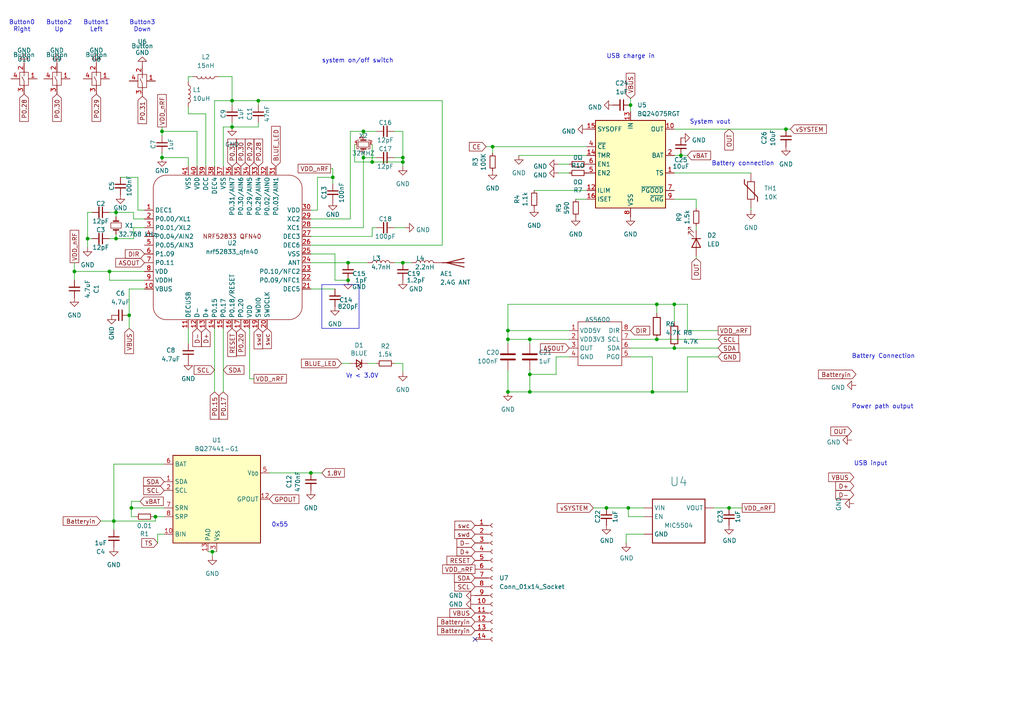
<source format=kicad_sch>
(kicad_sch (version 20231120) (generator "eeschema") (generator_version "8.0")
  (paper "A4")
  (title_block (title "Revolute Wireless") (date "2023-12-21") (company "Tongtong.Inc"))
  (junction (at 107.95 46.99))
  (junction (at 147.32 113.665))
  (junction (at 147.32 98.425))
  (junction (at 182.88 30.48))
  (junction (at 153.67 113.665))
  (junction (at 105.41 38.1))
  (junction (at 195.58 100.965))
  (junction (at 31.75 78.74))
  (junction (at 116.84 46.99))
  (junction (at 67.31 29.21))
  (junction (at 195.58 88.265))
  (junction (at 147.32 95.885))
  (junction (at 46.99 38.1))
  (junction (at 105.41 45.72))
  (junction (at 46.99 45.72))
  (junction (at 197.485 45.085))
  (junction (at 182.245 147.32))
  (junction (at 100.965 76.2))
  (junction (at 227.965 37.465))
  (junction (at 37.465 91.44))
  (junction (at 116.84 45.72))
  (junction (at 189.23 113.665))
  (junction (at 38.1 147.32))
  (junction (at 67.31 36.83))
  (junction (at 142.875 42.545))
  (junction (at 61.595 160.02))
  (junction (at 25.4 69.215))
  (junction (at 190.5 98.425))
  (junction (at 100.965 81.28))
  (junction (at 96.52 51.435))
  (junction (at 21.59 78.74))
  (junction (at 190.5 88.265))
  (junction (at 211.455 147.32))
  (junction (at 45.085 149.86))
  (junction (at 33.02 151.13))
  (junction (at 175.895 147.32))
  (junction (at 116.84 76.2))
  (junction (at 33.655 61.595))
  (junction (at 90.17 137.16))
  (junction (at 33.655 69.215))
  (junction (at 153.67 98.425))
  (junction (at 153.67 108.585))
  (junction (at 74.93 29.21))
  (no_connect (at 137.795 185.42))
  (wire (pts (xy 107.95 68.58) (xy 90.17 68.58)))
  (wire (pts (xy 40.005 60.96) (xy 41.91 60.96)))
  (wire (pts (xy 161.29 108.585) (xy 153.67 108.585)))
  (wire (pts (xy 165.1 103.505) (xy 161.29 103.505)))
  (wire (pts (xy 102.87 46.99) (xy 107.95 46.99)))
  (wire (pts (xy 21.59 78.74) (xy 31.75 78.74)))
  (wire (pts (xy 211.455 147.32) (xy 207.01 147.32)))
  (wire (pts (xy 45.085 151.13) (xy 33.02 151.13)))
  (wire (pts (xy 147.32 98.425) (xy 147.32 99.695)))
  (wire (pts (xy 161.925 50.165) (xy 165.1 50.165)))
  (wire (pts (xy 54.61 31.115) (xy 54.61 33.02)))
  (wire (pts (xy 117.475 66.04) (xy 114.3 66.04)))
  (wire (pts (xy 67.31 36.83) (xy 74.93 36.83)))
  (wire (pts (xy 181.61 154.94) (xy 186.69 154.94)))
  (wire (pts (xy 54.61 22.225) (xy 54.61 23.495)))
  (wire (pts (xy 97.155 81.28) (xy 100.965 81.28)))
  (wire (pts (xy 147.32 95.885) (xy 147.32 98.425)))
  (wire (pts (xy 34.925 51.435) (xy 40.005 51.435)))
  (wire (pts (xy 38.735 61.595) (xy 33.655 61.595)))
  (wire (pts (xy 45.085 149.86) (xy 45.085 151.13)))
  (wire (pts (xy 64.77 36.83) (xy 67.31 36.83)))
  (wire (pts (xy 102.87 41.91) (xy 102.87 46.99)))
  (wire (pts (xy 64.77 48.26) (xy 64.77 36.83)))
  (wire (pts (xy 37.465 91.44) (xy 37.465 83.82)))
  (wire (pts (xy 147.32 95.885) (xy 147.32 88.265)))
  (wire (pts (xy 40.64 145.415) (xy 38.1 145.415)))
  (wire (pts (xy 107.95 66.04) (xy 107.95 68.58)))
  (wire (pts (xy 25.4 69.215) (xy 25.4 71.755)))
  (wire (pts (xy 21.59 78.74) (xy 21.59 81.28)))
  (wire (pts (xy 128.27 29.21) (xy 74.93 29.21)))
  (wire (pts (xy 182.88 28.575) (xy 182.88 30.48)))
  (wire (pts (xy 147.32 95.885) (xy 165.1 95.885)))
  (wire (pts (xy 195.58 88.265) (xy 195.58 93.345)))
  (wire (pts (xy 46.99 44.45) (xy 46.99 45.72)))
  (wire (pts (xy 90.17 60.96) (xy 92.075 60.96)))
  (wire (pts (xy 38.1 149.86) (xy 39.37 149.86)))
  (wire (pts (xy 38.1 147.32) (xy 38.1 149.86)))
  (wire (pts (xy 97.155 73.66) (xy 97.155 81.28)))
  (wire (pts (xy 142.875 44.45) (xy 142.875 42.545)))
  (wire (pts (xy 25.4 69.215) (xy 26.67 69.215)))
  (wire (pts (xy 41.91 63.5) (xy 38.735 63.5)))
  (wire (pts (xy 33.655 67.945) (xy 33.655 69.215)))
  (wire (pts (xy 182.88 100.965) (xy 195.58 100.965)))
  (wire (pts (xy 40.005 51.435) (xy 40.005 60.96)))
  (wire (pts (xy 33.02 151.13) (xy 33.02 134.62)))
  (wire (pts (xy 38.1 145.415) (xy 38.1 147.32)))
  (wire (pts (xy 105.41 38.1) (xy 109.22 38.1)))
  (wire (pts (xy 147.32 107.315) (xy 147.32 113.665)))
  (wire (pts (xy 182.245 147.32) (xy 186.69 147.32)))
  (wire (pts (xy 95.885 48.895) (xy 96.52 48.895)))
  (wire (pts (xy 142.875 42.545) (xy 170.18 42.545)))
  (wire (pts (xy 107.95 46.99) (xy 107.95 41.91)))
  (wire (pts (xy 114.3 38.1) (xy 116.84 38.1)))
  (wire (pts (xy 54.61 48.26) (xy 54.61 45.72)))
  (wire (pts (xy 190.5 88.265) (xy 195.58 88.265)))
  (wire (pts (xy 90.17 73.66) (xy 97.155 73.66)))
  (wire (pts (xy 201.93 65.532) (xy 201.93 66.675)))
  (wire (pts (xy 153.67 98.425) (xy 147.32 98.425)))
  (wire (pts (xy 172.085 147.32) (xy 175.895 147.32)))
  (wire (pts (xy 62.23 29.21) (xy 62.23 48.26)))
  (wire (pts (xy 153.67 108.585) (xy 153.67 107.315)))
  (wire (pts (xy 199.39 95.885) (xy 208.28 95.885)))
  (wire (pts (xy 182.88 30.48) (xy 182.88 32.385)))
  (wire (pts (xy 105.41 38.1) (xy 105.41 39.37)))
  (wire (pts (xy 72.39 95.25) (xy 72.39 109.855)))
  (wire (pts (xy 46.99 36.83) (xy 46.99 38.1)))
  (wire (pts (xy 41.91 66.04) (xy 38.735 66.04)))
  (wire (pts (xy 189.23 103.505) (xy 189.23 113.665)))
  (wire (pts (xy 44.45 149.86) (xy 45.085 149.86)))
  (wire (pts (xy 153.67 113.665) (xy 189.23 113.665)))
  (wire (pts (xy 62.23 113.665) (xy 62.23 95.25)))
  (wire (pts (xy 38.735 66.04) (xy 38.735 69.215)))
  (wire (pts (xy 90.17 83.82) (xy 97.155 83.82)))
  (wire (pts (xy 55.88 22.225) (xy 54.61 22.225)))
  (wire (pts (xy 45.72 154.94) (xy 47.625 154.94)))
  (wire (pts (xy 153.67 98.425) (xy 153.67 99.695)))
  (wire (pts (xy 116.84 46.99) (xy 107.95 46.99)))
  (wire (pts (xy 90.17 76.2) (xy 100.965 76.2)))
  (wire (pts (xy 90.17 63.5) (xy 101.6 63.5)))
  (wire (pts (xy 38.735 63.5) (xy 38.735 61.595)))
  (wire (pts (xy 153.67 113.665) (xy 153.67 108.585)))
  (wire (pts (xy 195.58 57.785) (xy 201.93 57.785)))
  (wire (pts (xy 46.99 45.72) (xy 54.61 45.72)))
  (wire (pts (xy 45.085 149.86) (xy 47.625 149.86)))
  (wire (pts (xy 199.39 113.665) (xy 199.39 103.505)))
  (wire (pts (xy 128.27 71.12) (xy 128.27 29.21)))
  (wire (pts (xy 116.84 45.72) (xy 116.84 46.99)))
  (wire (pts (xy 181.61 157.48) (xy 181.61 154.94)))
  (wire (pts (xy 154.94 55.245) (xy 170.18 55.245)))
  (wire (pts (xy 45.72 157.48) (xy 45.72 154.94)))
  (wire (pts (xy 105.41 44.45) (xy 105.41 45.72)))
  (wire (pts (xy 74.93 29.21) (xy 74.93 30.48)))
  (wire (pts (xy 64.77 113.665) (xy 64.77 95.25)))
  (wire (pts (xy 46.99 38.1) (xy 57.15 38.1)))
  (wire (pts (xy 116.84 46.99) (xy 116.84 48.26)))
  (wire (pts (xy 101.6 63.5) (xy 101.6 38.1)))
  (wire (pts (xy 175.895 147.32) (xy 182.245 147.32)))
  (wire (pts (xy 59.69 33.02) (xy 59.69 48.26)))
  (wire (pts (xy 93.345 137.16) (xy 90.17 137.16)))
  (wire (pts (xy 101.6 38.1) (xy 105.41 38.1)))
  (wire (pts (xy 92.075 51.435) (xy 96.52 51.435)))
  (wire (pts (xy 147.32 113.665) (xy 153.67 113.665)))
  (wire (pts (xy 99.06 105.41) (xy 101.6 105.41)))
  (wire (pts (xy 119.38 76.2) (xy 116.84 76.2)))
  (wire (pts (xy 33.02 134.62) (xy 47.625 134.62)))
  (wire (pts (xy 37.465 83.82) (xy 41.91 83.82)))
  (wire (pts (xy 60.325 160.02) (xy 61.595 160.02)))
  (wire (pts (xy 41.91 81.28) (xy 31.75 81.28)))
  (wire (pts (xy 38.1 147.32) (xy 47.625 147.32)))
  (wire (pts (xy 190.5 88.265) (xy 190.5 90.805)))
  (wire (pts (xy 38.735 69.215) (xy 33.655 69.215)))
  (wire (pts (xy 67.31 29.21) (xy 67.31 30.48)))
  (wire (pts (xy 31.75 69.215) (xy 33.655 69.215)))
  (wire (pts (xy 90.17 71.12) (xy 128.27 71.12)))
  (wire (pts (xy 229.235 37.465) (xy 227.965 37.465)))
  (wire (pts (xy 116.84 38.1) (xy 116.84 45.72)))
  (wire (pts (xy 142.875 42.545) (xy 140.97 42.545)))
  (wire (pts (xy 67.31 35.56) (xy 67.31 36.83)))
  (wire (pts (xy 105.41 45.72) (xy 105.41 66.04)))
  (wire (pts (xy 31.75 81.28) (xy 31.75 78.74)))
  (wire (pts (xy 186.69 149.86) (xy 182.245 149.86)))
  (wire (pts (xy 195.58 100.965) (xy 208.28 100.965)))
  (wire (pts (xy 106.68 105.41) (xy 109.22 105.41)))
  (wire (pts (xy 57.15 48.26) (xy 57.15 38.1)))
  (wire (pts (xy 96.52 51.435) (xy 96.52 53.34)))
  (wire (pts (xy 114.3 45.72) (xy 116.84 45.72)))
  (wire (pts (xy 46.99 38.1) (xy 46.99 39.37)))
  (wire (pts (xy 182.88 98.425) (xy 190.5 98.425)))
  (wire (pts (xy 197.485 45.085) (xy 195.58 45.085)))
  (wire (pts (xy 33.655 61.595) (xy 33.655 62.865)))
  (wire (pts (xy 67.31 29.21) (xy 67.31 22.225)))
  (wire (pts (xy 153.67 98.425) (xy 165.1 98.425)))
  (wire (pts (xy 54.61 33.02) (xy 59.69 33.02)))
  (wire (pts (xy 31.75 61.595) (xy 33.655 61.595)))
  (wire (pts (xy 195.58 37.465) (xy 227.965 37.465)))
  (wire (pts (xy 190.5 98.425) (xy 208.28 98.425)))
  (wire (pts (xy 73.66 109.855) (xy 72.39 109.855)))
  (wire (pts (xy 201.93 74.93) (xy 201.93 74.295)))
  (wire (pts (xy 67.31 29.21) (xy 62.23 29.21)))
  (wire (pts (xy 90.17 137.16) (xy 78.105 137.16)))
  (wire (pts (xy 199.39 45.085) (xy 197.485 45.085)))
  (wire (pts (xy 147.32 88.265) (xy 190.5 88.265)))
  (wire (pts (xy 67.31 22.225) (xy 63.5 22.225)))
  (wire (pts (xy 114.3 105.41) (xy 116.84 105.41)))
  (wire (pts (xy 90.17 66.04) (xy 105.41 66.04)))
  (wire (pts (xy 201.93 57.785) (xy 201.93 60.452)))
  (wire (pts (xy 116.84 105.41) (xy 116.84 107.95)))
  (wire (pts (xy 150.495 45.085) (xy 170.18 45.085)))
  (wire (pts (xy 37.465 95.25) (xy 37.465 91.44)))
  (wire (pts (xy 61.595 160.02) (xy 61.595 161.29)))
  (wire (pts (xy 167.005 57.785) (xy 170.18 57.785)))
  (wire (pts (xy 61.595 160.02) (xy 62.865 160.02)))
  (wire (pts (xy 116.84 76.2) (xy 114.3 76.2)))
  (wire (pts (xy 161.29 103.505) (xy 161.29 108.585)))
  (wire (pts (xy 217.805 50.165) (xy 195.58 50.165)))
  (wire (pts (xy 74.93 36.83) (xy 74.93 35.56)))
  (wire (pts (xy 74.93 29.21) (xy 67.31 29.21)))
  (wire (pts (xy 217.805 60.96) (xy 217.805 60.325)))
  (wire (pts (xy 25.4 61.595) (xy 26.67 61.595)))
  (wire (pts (xy 25.4 61.595) (xy 25.4 69.215)))
  (wire (pts (xy 29.21 151.13) (xy 33.02 151.13)))
  (wire (pts (xy 92.075 60.96) (xy 92.075 51.435)))
  (wire (pts (xy 189.23 113.665) (xy 199.39 113.665)))
  (wire (pts (xy 105.41 45.72) (xy 109.22 45.72)))
  (wire (pts (xy 54.61 95.25) (xy 54.61 99.695)))
  (wire (pts (xy 96.52 48.895) (xy 96.52 51.435)))
  (wire (pts (xy 106.68 76.2) (xy 100.965 76.2)))
  (wire (pts (xy 21.59 76.2) (xy 21.59 78.74)))
  (wire (pts (xy 195.58 88.265) (xy 199.39 88.265)))
  (wire (pts (xy 33.02 153.67) (xy 33.02 151.13)))
  (wire (pts (xy 182.88 103.505) (xy 189.23 103.505)))
  (wire (pts (xy 31.75 78.74) (xy 41.91 78.74)))
  (wire (pts (xy 182.245 149.86) (xy 182.245 147.32)))
  (wire (pts (xy 109.22 66.04) (xy 107.95 66.04)))
  (wire (pts (xy 215.265 147.32) (xy 211.455 147.32)))
  (wire (pts (xy 199.39 103.505) (xy 208.28 103.505)))
  (wire (pts (xy 161.925 47.625) (xy 165.1 47.625)))
  (wire (pts (xy 199.39 88.265) (xy 199.39 95.885)))
  (rectangle (start 93.345 82.55) (end 104.14 95.25))
  (text "Button2\nUp" (at 17.145 7.62 0) (effects (font (size 1.27 1.27))))
  (text "Battery connection" (at 206.375 48.26 0) (effects (font (size 1.27 1.27)) (justify left bottom)))
  (text "V_{f} < 3.0V" (at 100.33 109.855 0) (effects (font (size 1.27 1.27)) (justify left bottom)))
  (text "Button1\nLeft" (at 27.94 7.62 0) (effects (font (size 1.27 1.27))))
  (text "Power path output" (at 247.015 118.745 0) (effects (font (size 1.27 1.27)) (justify left bottom)))
  (text "System vout" (at 200.025 36.195 0) (effects (font (size 1.27 1.27)) (justify left bottom)))
  (text "USB input\n" (at 247.65 135.255 0) (effects (font (size 1.27 1.27)) (justify left bottom)))
  (text "USB charge in" (at 175.895 17.145 0) (effects (font (size 1.27 1.27)) (justify left bottom)))
  (text "system on/off switch" (at 93.345 18.415 0) (effects (font (size 1.27 1.27)) (justify left bottom)))
  (text "Button3\nDown" (at 41.275 7.62 0) (effects (font (size 1.27 1.27))))
  (text "Button0\nRight" (at 6.35 7.62 0) (effects (font (size 1.27 1.27))))
  (text "0x55\n" (at 78.74 153.035 0) (effects (font (size 1.27 1.27)) (justify left bottom)))
  (text "Battery Connection" (at 247.015 104.14 0) (effects (font (size 1.27 1.27)) (justify left bottom)))
  (global_label "BLUE_LED" (shape input) (at 99.06 105.41 180) (property "Intersheetrefs" "${INTERSHEET_REFS}" (effects (hide yes))))
  (global_label "GPOUT" (shape input) (at 78.105 144.78 0) (property "Intersheetrefs" "${INTERSHEET_REFS}" (effects (hide yes))))
  (global_label "Batteryin" (shape input) (at 137.795 180.34 180) (property "Intersheetrefs" "${INTERSHEET_REFS}" (effects (hide yes))))
  (global_label "swc" (shape input) (at 77.47 95.25 270) (property "Intersheetrefs" "${INTERSHEET_REFS}" (effects (hide yes))))
  (global_label "VDD_nRF" (shape passive) (at 215.265 147.32 0) (property "Intersheetrefs" "${INTERSHEET_REFS}" (effects (hide yes))))
  (global_label "VDD_nRF" (shape passive) (at 73.66 109.855 0) (property "Intersheetrefs" "${INTERSHEET_REFS}" (effects (hide yes))))
  (global_label "vSYSTEM" (shape input) (at 172.085 147.32 180) (property "Intersheetrefs" "${INTERSHEET_REFS}" (effects (hide yes))))
  (global_label "SDA" (shape input) (at 64.77 107.315 0) (property "Intersheetrefs" "${INTERSHEET_REFS}" (effects (hide yes))))
  (global_label "D-" (shape input) (at 247.65 143.51 180) (property "Intersheetrefs" "${INTERSHEET_REFS}" (effects (hide yes))))
  (global_label "RESET" (shape input) (at 137.795 162.56 180) (property "Intersheetrefs" "${INTERSHEET_REFS}" (effects (hide yes))))
  (global_label "VDD_nRF" (shape passive) (at 208.28 95.885 0) (property "Intersheetrefs" "${INTERSHEET_REFS}" (effects (hide yes))))
  (global_label "VDD_nRF" (shape passive) (at 95.885 48.895 180) (property "Intersheetrefs" "${INTERSHEET_REFS}" (effects (hide yes))))
  (global_label "P0.20" (shape input) (at 69.85 95.25 270) (property "Intersheetrefs" "${INTERSHEET_REFS}" (effects (hide yes))))
  (global_label "SDA" (shape input) (at 137.795 167.64 180) (property "Intersheetrefs" "${INTERSHEET_REFS}" (effects (hide yes))))
  (global_label "ASOUT" (shape input) (at 165.1 100.965 180) (property "Intersheetrefs" "${INTERSHEET_REFS}" (effects (hide yes))))
  (global_label "VBUS" (shape input) (at 182.88 28.575 90) (property "Intersheetrefs" "${INTERSHEET_REFS}" (effects (hide yes))))
  (global_label "D+" (shape input) (at 247.65 140.97 180) (property "Intersheetrefs" "${INTERSHEET_REFS}" (effects (hide yes))))
  (global_label "Batteryin" (shape input) (at 248.285 108.585 180) (property "Intersheetrefs" "${INTERSHEET_REFS}" (effects (hide yes))))
  (global_label "VBUS" (shape input) (at 137.795 177.8 180) (property "Intersheetrefs" "${INTERSHEET_REFS}" (effects (hide yes))))
  (global_label "P0.31" (shape input) (at 41.275 27.94 270) (property "Intersheetrefs" "${INTERSHEET_REFS}" (effects (hide yes))))
  (global_label "swc" (shape input) (at 137.795 152.4 180) (property "Intersheetrefs" "${INTERSHEET_REFS}" (effects (hide yes))))
  (global_label "BLUE_LED" (shape input) (at 80.01 48.26 90) (property "Intersheetrefs" "${INTERSHEET_REFS}" (effects (hide yes))))
  (global_label "vBAT" (shape input) (at 40.64 145.415 0) (property "Intersheetrefs" "${INTERSHEET_REFS}" (effects (hide yes))))
  (global_label "vSYSTEM" (shape input) (at 229.235 37.465 0) (property "Intersheetrefs" "${INTERSHEET_REFS}" (effects (hide yes))))
  (global_label "DIR" (shape input) (at 41.91 73.66 180) (property "Intersheetrefs" "${INTERSHEET_REFS}" (effects (hide yes))))
  (global_label "OUT" (shape input) (at 211.455 37.465 270) (property "Intersheetrefs" "${INTERSHEET_REFS}" (effects (hide yes))))
  (global_label "P0.30" (shape input) (at 16.51 27.305 270) (property "Intersheetrefs" "${INTERSHEET_REFS}" (effects (hide yes))))
  (global_label "SDA" (shape input) (at 208.28 100.965 0) (property "Intersheetrefs" "${INTERSHEET_REFS}" (effects (hide yes))))
  (global_label "CE" (shape input) (at 140.97 42.545 180) (property "Intersheetrefs" "${INTERSHEET_REFS}" (effects (hide yes))))
  (global_label "TS" (shape input) (at 45.72 157.48 180) (property "Intersheetrefs" "${INTERSHEET_REFS}" (effects (hide yes))))
  (global_label "D-" (shape input) (at 57.15 95.25 270) (property "Intersheetrefs" "${INTERSHEET_REFS}" (effects (hide yes))))
  (global_label "swd" (shape input) (at 74.93 95.25 270) (property "Intersheetrefs" "${INTERSHEET_REFS}" (effects (hide yes))))
  (global_label "VDD_nRF" (shape passive) (at 21.59 76.2 90) (property "Intersheetrefs" "${INTERSHEET_REFS}" (effects (hide yes))))
  (global_label "SCL" (shape input) (at 208.28 98.425 0) (property "Intersheetrefs" "${INTERSHEET_REFS}" (effects (hide yes))))
  (global_label "GND" (shape input) (at 208.28 103.505 0) (property "Intersheetrefs" "${INTERSHEET_REFS}" (effects (hide yes))))
  (global_label "P0.30" (shape input) (at 69.85 48.26 90) (property "Intersheetrefs" "${INTERSHEET_REFS}" (effects (hide yes))))
  (global_label "P0.29" (shape input) (at 27.94 27.305 270) (property "Intersheetrefs" "${INTERSHEET_REFS}" (effects (hide yes))))
  (global_label "SCL" (shape input) (at 62.23 107.315 180) (property "Intersheetrefs" "${INTERSHEET_REFS}" (effects (hide yes))))
  (global_label "ASOUT" (shape input) (at 41.91 76.2 180) (property "Intersheetrefs" "${INTERSHEET_REFS}" (effects (hide yes))))
  (global_label "D+" (shape input) (at 59.69 95.25 270) (property "Intersheetrefs" "${INTERSHEET_REFS}" (effects (hide yes))))
  (global_label "Batteryin" (shape input) (at 29.21 151.13 180) (property "Intersheetrefs" "${INTERSHEET_REFS}" (effects (hide yes))))
  (global_label "SDA" (shape input) (at 47.625 139.7 180) (property "Intersheetrefs" "${INTERSHEET_REFS}" (effects (hide yes))))
  (global_label "1.8V" (shape input) (at 93.345 137.16 0) (property "Intersheetrefs" "${INTERSHEET_REFS}" (effects (hide yes))))
  (global_label "P0.15" (shape input) (at 62.23 113.665 270) (property "Intersheetrefs" "${INTERSHEET_REFS}" (effects (hide yes))))
  (global_label "VBUS" (shape input) (at 247.65 138.43 180) (property "Intersheetrefs" "${INTERSHEET_REFS}" (effects (hide yes))))
  (global_label "OUT" (shape input) (at 201.93 74.93 270) (property "Intersheetrefs" "${INTERSHEET_REFS}" (effects (hide yes))))
  (global_label "P0.28" (shape input) (at 6.985 27.305 270) (property "Intersheetrefs" "${INTERSHEET_REFS}" (effects (hide yes))))
  (global_label "P0.31" (shape input) (at 67.31 48.26 90) (property "Intersheetrefs" "${INTERSHEET_REFS}" (effects (hide yes))))
  (global_label "VBUS" (shape input) (at 37.465 95.25 270) (property "Intersheetrefs" "${INTERSHEET_REFS}" (effects (hide yes))))
  (global_label "RESET" (shape input) (at 67.31 95.25 270) (property "Intersheetrefs" "${INTERSHEET_REFS}" (effects (hide yes))))
  (global_label "VDD_nRF" (shape passive) (at 46.99 36.83 90) (property "Intersheetrefs" "${INTERSHEET_REFS}" (effects (hide yes))))
  (global_label "vBAT" (shape input) (at 199.39 45.085 0) (property "Intersheetrefs" "${INTERSHEET_REFS}" (effects (hide yes))))
  (global_label "D+" (shape input) (at 137.795 160.02 180) (property "Intersheetrefs" "${INTERSHEET_REFS}" (effects (hide yes))))
  (global_label "SCL" (shape input) (at 137.795 170.18 180) (property "Intersheetrefs" "${INTERSHEET_REFS}" (effects (hide yes))))
  (global_label "P0.28" (shape input) (at 74.93 48.26 90) (property "Intersheetrefs" "${INTERSHEET_REFS}" (effects (hide yes))))
  (global_label "P0.17" (shape input) (at 64.77 113.665 270) (property "Intersheetrefs" "${INTERSHEET_REFS}" (effects (hide yes))))
  (global_label "P0.29" (shape input) (at 72.39 48.26 90) (property "Intersheetrefs" "${INTERSHEET_REFS}" (effects (hide yes))))
  (global_label "DIR" (shape input) (at 182.88 95.885 0) (property "Intersheetrefs" "${INTERSHEET_REFS}" (effects (hide yes))))
  (global_label "OUT" (shape input) (at 247.015 125.095 180) (property "Intersheetrefs" "${INTERSHEET_REFS}" (effects (hide yes))))
  (global_label "swd" (shape input) (at 137.795 154.94 180) (property "Intersheetrefs" "${INTERSHEET_REFS}" (effects (hide yes))))
  (global_label "VDD_nRF" (shape passive) (at 137.795 165.1 180) (property "Intersheetrefs" "${INTERSHEET_REFS}" (effects (hide yes))))
  (global_label "Batteryin" (shape input) (at 137.795 182.88 180) (property "Intersheetrefs" "${INTERSHEET_REFS}" (effects (hide yes))))
  (global_label "SCL" (shape input) (at 47.625 142.24 180) (property "Intersheetrefs" "${INTERSHEET_REFS}" (effects (hide yes))))
  (global_label "D-" (shape input) (at 137.795 157.48 180) (property "Intersheetrefs" "${INTERSHEET_REFS}" (effects (hide yes))))
  (symbol (lib_id "power:GND") (at 117.475 66.04 90) (unit 1)
    (property "Reference" "#PWR018" (effects (hide yes)))
    (property "Value" "GND" (at 120.65 66.675 90) (effects (justify right)))
  )
  (symbol (lib_id "power:GND") (at 150.495 45.085 0) (unit 1)
    (property "Reference" "#PWR022" (effects (hide yes)))
    (property "Value" "GND" (at 150.495 50.165 0))
  )
  (symbol (lib_id "power:GND") (at 96.52 58.42 0) (unit 1)
    (property "Reference" "#PWR012" (effects (hide yes)))
    (property "Value" "GND" (at 96.52 62.23 0))
  )
  (symbol (lib_id "power:GND") (at 41.275 19.05 180) (unit 1)
    (property "Reference" "#PWR031" (effects (hide yes)))
    (property "Value" "GND" (at 41.275 15.24 0))
  )
  (symbol (lib_id "Device:C_Small") (at 34.925 91.44 270) (unit 1)
    (property "Reference" "C6" (at 34.925 85.09 90))
    (property "Value" "4.7uF" (at 34.925 87.63 90))
    (property "Footprint" "Library:Capacitor-0201" (effects (hide yes)))
    (property "ID" "140" (effects (hide yes)))
  )
  (symbol (lib_id "Device:R_Small") (at 142.875 46.99 0) (unit 1)
    (property "Reference" "R3" (at 137.8966 46.99 90))
    (property "Value" "100K" (at 140.208 46.99 90))
    (property "Footprint" "Library:Resistor-0201" (effects (hide yes)))
    (property "ID" "131" (effects (hide yes)))
  )
  (symbol (lib_id "power:GND") (at 227.965 42.545 0) (unit 1)
    (property "Reference" "#PWR038" (effects (hide yes)))
    (property "Value" "GND" (at 227.965 47.625 0))
  )
  (symbol (lib_id "Library:Button") (at 39.37 25.4 90) (unit 1)
    (property "Reference" "U6" (at 41.275 12.065 90))
    (property "Value" "Button" (at 41.275 13.335 90))
    (property "Footprint" "Library:SMDButton" (effects (hide yes)))
    (property "ID" "116" (effects (hide yes)))
  )
  (symbol (lib_id "power:GND") (at 182.88 62.865 0) (unit 1)
    (property "Reference" "#PWR029" (effects (hide yes)))
    (property "Value" "GND" (at 182.88 67.945 0))
  )
  (symbol (lib_id "power:GND") (at 154.94 60.325 0) (unit 1)
    (property "Reference" "#PWR023" (effects (hide yes)))
    (property "Value" "GND" (at 154.94 65.405 0))
  )
  (symbol (lib_id "Device:L") (at 59.69 22.225 270) (unit 1)
    (property "Reference" "L2" (at 59.69 16.51 90))
    (property "Value" "15nH" (at 59.69 19.05 90))
    (property "Footprint" "Inductor_SMD:L_0402_1005Metric" (effects (hide yes)))
    (property "ID" "11" (effects (hide yes)))
  )
  (symbol (lib_id "Library:nrf52833_qfn40") (at 63.5 77.47 0) (unit 1)
    (property "Reference" "U2" (at 67.31 70.485 0))
    (property "Value" "nrf52833_qfn40" (at 67.31 73.025 0))
    (property "Footprint" "Library:QFN-40-1EP_5x5mm_P0.4mm_EP3.6x3.6mm" (effects (hide yes)))
    (property "ID" "107" (effects (hide yes)))
  )
  (symbol (lib_id "Battery_Management:BQ27441-G1") (at 62.865 144.78 0) (unit 1)
    (property "Reference" "U1" (at 62.865 127.635 0))
    (property "Value" "BQ27441-G1" (at 62.865 130.175 0))
    (property "Footprint" "Package_SON:Texas_S-PDSO-N12" (effects (hide yes)))
    (property "Datasheet" "http://www.ti.com/lit/ds/symlink/bq27441-g1.pdf" (effects (hide yes)))
    (property "ID" "92" (effects (hide yes)))
  )
  (symbol (lib_id "power:GND") (at 25.4 71.755 0) (unit 1)
    (property "Reference" "#PWR02" (effects (hide yes)))
    (property "Value" "GND" (at 25.4 76.835 0))
  )
  (symbol (lib_id "Device:L") (at 110.49 76.2 90) (unit 1)
    (property "Reference" "L3" (at 109.22 74.93 90))
    (property "Value" "4.7nH" (at 110.49 77.47 90))
    (property "Footprint" "Inductor_SMD:L_0402_1005Metric" (effects (hide yes)))
    (property "ID" "104" (effects (hide yes)))
  )
  (symbol (lib_id "Device:Crystal_Small") (at 33.655 65.405 270) (unit 1)
    (property "Reference" "X1" (at 36.195 65.405 90) (effects (justify left)))
    (property "Value" "32.768 kHz" (at 34.29 67.945 90) (effects (justify left)))
    (property "Footprint" "Library:Crystal_SMD_2012-2Pin_2.0x1.2mm" (effects (hide yes)))
    (property "ID" "43" (effects (hide yes)))
  )
  (symbol (lib_id "power:GND") (at 217.805 60.96 0) (unit 1)
    (property "Reference" "#PWR033" (effects (hide yes)))
    (property "Value" "GND" (at 217.805 66.04 0))
  )
  (symbol (lib_id "power:GND") (at 248.285 111.76 270) (unit 1)
    (property "Reference" "#PWR037" (effects (hide yes)))
    (property "Value" "GND" (at 245.11 112.395 90) (effects (justify right)))
  )
  (symbol (lib_id "power:GND") (at 161.925 47.625 270) (unit 1)
    (property "Reference" "#PWR024" (effects (hide yes)))
    (property "Value" "GND" (at 158.75 48.26 90) (effects (justify right)))
  )
  (symbol (lib_id "power:GND") (at 67.31 36.83 0) (unit 1)
    (property "Reference" "#PWR09" (effects (hide yes)))
    (property "Value" "GND" (at 67.31 41.91 0))
  )
  (symbol (lib_id "Device:C_Small") (at 54.61 102.235 180) (unit 1)
    (property "Reference" "C8" (at 49.53 101.6 0))
    (property "Value" "4.7uF" (at 49.53 104.14 0))
    (property "Footprint" "Library:Capacitor-0201" (effects (hide yes)))
    (property "ID" "140" (effects (hide yes)))
  )
  (symbol (lib_id "power:GND") (at 147.32 113.665 0) (unit 1)
    (property "Reference" "#PWR019" (effects (hide yes)))
    (property "Value" "GND" (at 147.32 118.745 0))
  )
  (symbol (lib_id "power:GND") (at 116.84 107.95 0) (unit 1)
    (property "Reference" "#PWR017" (effects (hide yes)))
    (property "Value" "GND" (at 116.84 113.03 0))
  )
  (symbol (lib_id "power:GND") (at 116.84 48.26 0) (unit 1)
    (property "Reference" "#PWR015" (effects (hide yes)))
    (property "Value" "GND" (at 116.84 53.34 0))
  )
  (symbol (lib_id "power:GND") (at 90.17 142.24 0) (unit 1)
    (property "Reference" "#PWR011" (effects (hide yes)))
    (property "Value" "GND" (at 90.17 147.32 0))
  )
  (symbol (lib_id "nrfmicro-rescue:GND") (at 211.455 152.4 0) (unit 1)
    (property "Reference" "#PWR027" (effects (hide yes)))
    (property "Value" "GND" (at 211.582 156.7942 0))
  )
  (symbol (lib_id "Device:C_Small") (at 21.59 83.82 180) (unit 1)
    (property "Reference" "C1" (at 27.94 83.82 90))
    (property "Value" "4.7uF" (at 25.4 83.82 90))
    (property "Footprint" "Library:Capacitor-0201" (effects (hide yes)))
    (property "ID" "140" (effects (hide yes)))
  )
  (symbol (lib_id "power:GND") (at 116.84 81.28 0) (unit 1)
    (property "Reference" "#PWR016" (effects (hide yes)))
    (property "Value" "GND" (at 120.65 83.82 0))
  )
  (symbol (lib_id "power:GND") (at 142.875 49.53 0) (unit 1)
    (property "Reference" "#PWR020" (effects (hide yes)))
    (property "Value" "GND" (at 142.875 54.61 0))
  )
  (symbol (lib_id "Device:C_Small") (at 97.155 86.36 180) (unit 1)
    (property "Reference" "C14" (at 100.33 86.995 0))
    (property "Value" "820pF" (at 100.965 88.9 0))
    (property "Footprint" "Library:Capacitor-0201" (effects (hide yes)))
    (property "ID" "137" (effects (hide yes)))
  )
  (symbol (lib_id "Device:R_Small") (at 201.93 62.992 0) (unit 1)
    (property "Reference" "R9" (at 196.9516 62.992 90))
    (property "Value" "1.5k" (at 199.263 62.992 90))
    (property "Footprint" "Library:Resistor-0201" (effects (hide yes)))
    (property "ID" "138" (effects (hide yes)))
  )
  (symbol (lib_id "Device:R") (at 195.58 97.155 0) (unit 1)
    (property "Reference" "R8" (at 198.12 96.52 0) (effects (justify left)))
    (property "Value" "4.7K" (at 198.12 99.06 0) (effects (justify left)))
    (property "Footprint" "Library:Resistor-0201" (effects (hide yes)))
    (property "ID" "135" (effects (hide yes)))
  )
  (symbol (lib_id "Library:Button") (at 5.08 24.765 90) (unit 1)
    (property "Reference" "U10" (at 6.985 17.145 90))
    (property "Value" "Button" (at 6.985 15.875 90))
    (property "Footprint" "Library:SMDButton" (effects (hide yes)))
    (property "ID" "116" (effects (hide yes)))
  )
  (symbol (lib_id "nrfmicro-rescue:GND") (at 247.65 146.05 270) (unit 1)
    (property "Reference" "#PWR036" (effects (hide yes)))
    (property "Value" "GND" (at 243.2558 146.177 0))
  )
  (symbol (lib_id "Device:LED") (at 201.93 70.485 270) (unit 1)
    (property "Reference" "D2" (at 205.105 68.2625 90) (effects (justify left)))
    (property "Value" "LED" (at 205.105 70.8025 90) (effects (justify left)))
    (property "Footprint" "LED_SMD:LED_0402_1005Metric" (effects (hide yes)))
    (property "ID" "97" (effects (hide yes)))
  )
  (symbol (lib_id "Device:C_Small") (at 96.52 55.88 0) (unit 1)
    (property "Reference" "C13" (at 93.98 55.88 90))
    (property "Value" "100nF" (at 99.06 55.88 90))
    (property "Footprint" "Library:Capacitor-0201" (effects (hide yes)))
    (property "ID" "145" (effects (hide yes)))
  )
  (symbol (lib_id "nrfmicro-rescue:GND") (at 181.61 157.48 0) (unit 1)
    (property "Reference" "#PWR025" (effects (hide yes)))
    (property "Value" "GND" (at 181.737 161.8742 0))
  )
  (symbol (lib_id "power:GND") (at 170.18 37.465 270) (unit 1)
    (property "Reference" "#PWR039" (effects (hide yes)))
    (property "Value" "GND" (at 167.005 38.1 90) (effects (justify right)))
  )
  (symbol (lib_id "ESP32-eagle-import:MIC5504") (at 196.85 152.4 0) (unit 1)
    (property "Reference" "U4" (at 196.85 139.7 0) (effects (font (size 2.54 2.54))))
    (property "Value" "MIC5504" (at 196.85 152.4 0))
    (property "Footprint" "Library:TDFN-4" (effects (hide yes)))
  )
  (symbol (lib_id "power:GND") (at 197.485 40.005 90) (unit 1)
    (property "Reference" "#PWR030" (effects (hide yes)))
    (property "Value" "GND" (at 200.66 40.64 90) (effects (justify right)))
  )
  (symbol (lib_id "nrfmicro-rescue:GND") (at 175.895 152.4 0) (unit 1)
    (property "Reference" "#PWR021" (effects (hide yes)))
    (property "Value" "GND" (at 176.022 156.7942 0))
  )
  (symbol (lib_id "power:GND") (at 21.59 86.36 0) (unit 1)
    (property "Reference" "#PWR01" (effects (hide yes)))
    (property "Value" "GND" (at 21.59 91.44 0))
  )
  (symbol (lib_id "Device:C_Small") (at 34.925 53.975 0) (unit 1)
    (property "Reference" "C5" (at 32.385 53.975 90))
    (property "Value" "100nF" (at 37.465 53.975 90))
    (property "Footprint" "Library:Capacitor-0201" (effects (hide yes)))
    (property "ID" "145" (effects (hide yes)))
  )
  (symbol (lib_id "Device:Crystal_GND24_Small") (at 105.41 41.91 90) (unit 1)
    (property "Reference" "X2" (at 105.41 39.37 90))
    (property "Value" "32MHZ" (at 105.41 44.45 90))
    (property "Footprint" "Library:Crystal_SMD_2016-4Pin_2.0x1.6mm" (effects (hide yes)))
    (property "ID" "42" (effects (hide yes)))
  )
  (symbol (lib_id "power:GND") (at 6.985 18.415 180) (unit 1)
    (property "Reference" "#PWR042" (effects (hide yes)))
    (property "Value" "GND" (at 6.985 14.605 0))
  )
  (symbol (lib_id "power:GND") (at 61.595 161.29 0) (unit 1)
    (property "Reference" "#PWR08" (effects (hide yes)))
    (property "Value" "GND" (at 61.595 166.37 0))
  )
  (symbol (lib_id "Device:C_Small") (at 211.455 149.86 0) (unit 1)
    (property "Reference" "C23" (at 208.915 149.86 90))
    (property "Value" "1uF" (at 213.995 149.86 90))
    (property "Footprint" "Library:Capacitor-0201" (effects (hide yes)))
    (property "ID" "136" (effects (hide yes)))
  )
  (symbol (lib_id "Device:C_Small") (at 116.84 78.74 180) (unit 1)
    (property "Reference" "C19" (at 120.015 79.375 0))
    (property "Value" "1.2pF" (at 120.65 81.28 0))
    (property "Footprint" "Library:Capacitor-0201" (effects (hide yes)))
    (property "ID" "144" (effects (hide yes)))
  )
  (symbol (lib_id "Device:C_Small") (at 46.99 41.91 0) (unit 1)
    (property "Reference" "C7" (at 44.45 41.91 90))
    (property "Value" "1uF" (at 49.53 41.91 90))
    (property "Footprint" "Library:Capacitor-0201" (effects (hide yes)))
    (property "ID" "136" (effects (hide yes)))
  )
  (symbol (lib_id "power:GND") (at 34.925 56.515 0) (unit 1)
    (property "Reference" "#PWR05" (effects (hide yes)))
    (property "Value" "GND" (at 34.925 60.325 0))
  )
  (symbol (lib_name "C_Small_1") (lib_id "Device:C_Small") (at 29.21 69.215 270) (unit 1)
    (property "Reference" "C3" (at 29.21 66.675 90))
    (property "Value" "12pF" (at 29.21 71.755 90))
    (property "Footprint" "Library:Capacitor-0201" (effects (hide yes)))
    (property "ID" "142" (effects (hide yes)))
  )
  (symbol (lib_id "Device:R_Small") (at 111.76 105.41 270) (unit 1)
    (property "Reference" "R2" (at 111.76 100.4316 90))
    (property "Value" "1.5k" (at 111.76 102.743 90))
    (property "Footprint" "Library:Resistor-0201" (effects (hide yes)))
    (property "ID" "138" (effects (hide yes)))
  )
  (symbol (lib_id "power:GND") (at 32.385 91.44 0) (unit 1)
    (property "Reference" "#PWR04" (effects (hide yes)))
    (property "Value" "GND" (at 32.3849 94.615 90) (effects (justify right)))
  )
  (symbol (lib_id "power:GND") (at 97.155 88.9 0) (unit 1)
    (property "Reference" "#PWR013" (effects (hide yes)))
    (property "Value" "GND" (at 97.155 93.98 0))
  )
  (symbol (lib_id "Device:R_Small") (at 167.64 47.625 90) (unit 1)
    (property "Reference" "R10" (at 167.64 48.0314 90))
    (property "Value" "0Ω" (at 167.64 45.72 90))
    (property "Footprint" "Library:Resistor-0201" (effects (hide yes)))
    (property "ID" "10" (effects (hide yes)))
  )
  (symbol (lib_id "Device:C_Small") (at 100.965 78.74 180) (unit 1)
    (property "Reference" "C15" (at 104.14 79.375 0))
    (property "Value" "1pF" (at 104.775 81.28 0))
    (property "Footprint" "Library:Capacitor-0201" (effects (hide yes)))
    (property "ID" "146" (effects (hide yes)))
  )
  (symbol (lib_id "Device:C") (at 153.67 103.505 0) (unit 1)
    (property "Reference" "C21" (at 156.21 102.235 0) (effects (justify left)))
    (property "Value" "1uF" (at 156.21 104.775 0) (effects (justify left)))
    (property "Footprint" "Library:Capacitor-0201" (effects (hide yes)))
    (property "ID" "136" (effects (hide yes)))
  )
  (symbol (lib_id "Device:C_Small") (at 90.17 139.7 0) (unit 1)
    (property "Reference" "C12" (at 83.82 139.7 90))
    (property "Value" "470nF" (at 86.36 139.7 90))
    (property "Footprint" "Library:Capacitor-0201" (effects (hide yes)))
    (property "ID" "12" (effects (hide yes)))
  )
  (symbol (lib_id "Device:C_Small") (at 74.93 33.02 0) (unit 1)
    (property "Reference" "C11" (at 72.39 33.02 90))
    (property "Value" "47nF" (at 77.47 33.02 90))
    (property "Footprint" "Library:Capacitor-0201" (effects (hide yes)))
    (property "ID" "139" (effects (hide yes)))
  )
  (symbol (lib_id "Battery_Management:BQ24075RGT") (at 182.88 47.625 0) (unit 1)
    (property "Reference" "U5" (at 184.8359 30.48 0) (effects (justify left)))
    (property "Value" "BQ24075RGT" (at 184.8359 33.02 0) (effects (justify left)))
    (property "Footprint" "Package_DFN_QFN:VQFN-16-1EP_3x3mm_P0.5mm_EP1.6x1.6mm" (effects (hide yes)))
    (property "Datasheet" "http://www.ti.com/lit/ds/symlink/bq24075.pdf" (effects (hide yes)))
    (property "ID" "93" (effects (hide yes)))
  )
  (symbol (lib_id "power:GND") (at 161.925 50.165 270) (unit 1)
    (property "Reference" "#PWR043" (effects (hide yes)))
    (property "Value" "GND" (at 158.75 50.8 90) (effects (justify right)))
  )
  (symbol (lib_id "Device:C_Small") (at 197.485 42.545 0) (unit 1)
    (property "Reference" "C25" (at 197.485 46.355 0))
    (property "Value" "10uF" (at 197.485 48.26 0))
    (property "Footprint" "Capacitor_SMD:C_0402_1005Metric" (effects (hide yes)))
    (property "ID" "83" (effects (hide yes)))
  )
  (symbol (lib_id "power:GND") (at 137.795 172.72 270) (unit 1)
    (property "Reference" "#PWR010" (effects (hide yes)))
    (property "Value" "GND" (at 130.175 172.72 90) (effects (justify left)))
  )
  (symbol (lib_id "Device:C_Small") (at 111.76 45.72 270) (unit 1)
    (property "Reference" "C17" (at 111.76 43.18 90))
    (property "Value" "12pF" (at 111.76 48.26 90))
    (property "Footprint" "Library:Capacitor-0201" (effects (hide yes)))
    (property "ID" "142" (effects (hide yes)))
  )
  (symbol (lib_id "Device:Antenna") (at 132.08 76.2 270) (unit 1)
    (property "Reference" "AE1" (at 127.635 79.375 90) (effects (justify left)))
    (property "Value" "2.4G ANT" (at 127.635 81.915 90) (effects (justify left)))
    (property "Footprint" "Library:Antenna 2450AT42A100" (effects (hide yes)))
    (property "ID" "106" (effects (hide yes)))
  )
  (symbol (lib_id "Device:C") (at 147.32 103.505 0) (unit 1)
    (property "Reference" "C20" (at 140.97 102.235 0) (effects (justify left)))
    (property "Value" "100nF" (at 138.43 104.775 0) (effects (justify left)))
    (property "Footprint" "Library:Capacitor-0201" (effects (hide yes)))
    (property "ID" "145" (effects (hide yes)))
  )
  (symbol (lib_id "power:GND") (at 177.8 30.48 270) (unit 1)
    (property "Reference" "#PWR028" (effects (hide yes)))
    (property "Value" "GND" (at 174.625 31.115 90) (effects (justify right)))
  )
  (symbol (lib_id "Library:Button") (at 26.035 24.765 90) (unit 1)
    (property "Reference" "U8" (at 27.94 17.145 90))
    (property "Value" "Button" (at 27.94 15.875 90))
    (property "Footprint" "Library:SMDButton" (effects (hide yes)))
    (property "ID" "116" (effects (hide yes)))
  )
  (symbol (lib_id "Device:C_Small") (at 227.965 40.005 0) (unit 1)
    (property "Reference" "C26" (at 221.615 40.005 90))
    (property "Value" "10uF" (at 224.155 40.005 90))
    (property "Footprint" "Capacitor_SMD:C_0402_1005Metric" (effects (hide yes)))
    (property "ID" "83" (effects (hide yes)))
  )
  (symbol (lib_id "Device:LED_Small") (at 104.14 105.41 180) (unit 1)
    (property "Reference" "D1" (at 104.14 100.1522 0))
    (property "Value" "BLUE" (at 104.14 102.4636 0))
    (property "Footprint" "LED_SMD:LED_0402_1005Metric" (effects (hide yes)))
    (property "ID" "90" (effects (hide yes)))
  )
  (symbol (lib_id "power:GND") (at 54.61 104.775 0) (unit 1)
    (property "Reference" "#PWR07" (effects (hide yes)))
    (property "Value" "GND" (at 54.61 109.855 0))
  )
  (symbol (lib_id "Device:C_Small") (at 33.02 156.21 0) (unit 1)
    (property "Reference" "C4" (at 29.21 160.02 0))
    (property "Value" "1uF" (at 29.21 157.48 0))
    (property "Footprint" "Library:Capacitor-0201" (effects (hide yes)))
    (property "ID" "136" (effects (hide yes)))
  )
  (symbol (lib_id "Device:L") (at 123.19 76.2 90) (unit 1)
    (property "Reference" "L4" (at 121.92 74.93 90))
    (property "Value" "2.2nH" (at 123.19 77.47 90))
    (property "Footprint" "Inductor_SMD:L_0402_1005Metric" (effects (hide yes)))
    (property "ID" "101" (effects (hide yes)))
  )
  (symbol (lib_id "Device:C_Small") (at 180.34 30.48 270) (unit 1)
    (property "Reference" "C24" (at 180.34 24.13 90))
    (property "Value" "1uF" (at 180.34 26.67 90))
    (property "Footprint" "Library:Capacitor-0201" (effects (hide yes)))
    (property "ID" "136" (effects (hide yes)))
  )
  (symbol (lib_id "Device:R_Small") (at 167.64 50.165 90) (unit 1)
    (property "Reference" "R7" (at 167.64 55.1434 90))
    (property "Value" "0Ω" (at 167.64 52.832 90))
    (property "Footprint" "Library:Resistor-0201" (effects (hide yes)))
    (property "ID" "10" (effects (hide yes)))
  )
  (symbol (lib_id "Device:R_Small") (at 154.94 57.785 0) (unit 1)
    (property "Reference" "R4" (at 149.9616 57.785 90))
    (property "Value" "1.1k" (at 152.273 57.785 90))
    (property "Footprint" "Library:Resistor_0402_1005M-nosilk" (effects (hide yes)))
    (property "ID" "105" (effects (hide yes)))
  )
  (symbol (lib_id "Device:C_Small") (at 29.21 61.595 270) (unit 1)
    (property "Reference" "C2" (at 29.21 59.055 90))
    (property "Value" "12pF" (at 29.21 64.135 90))
    (property "Footprint" "Library:Capacitor-0201" (effects (hide yes)))
    (property "ID" "142" (effects (hide yes)))
  )
  (symbol (lib_id "power:GND") (at 33.02 158.75 0) (unit 1)
    (property "Reference" "#PWR03" (effects (hide yes)))
    (property "Value" "GND" (at 33.02 163.83 0))
  )
  (symbol (lib_id "power:GND") (at 27.94 18.415 180) (unit 1)
    (property "Reference" "#PWR040" (effects (hide yes)))
    (property "Value" "GND" (at 27.94 14.605 0))
  )
  (symbol (lib_id "power:GND") (at 16.51 18.415 180) (unit 1)
    (property "Reference" "#PWR041" (effects (hide yes)))
    (property "Value" "GND" (at 16.51 14.605 0))
  )
  (symbol (lib_id "Library:AS5600") (at 173.99 99.695 0) (unit 1)
    (property "Reference" "U3" (effects (hide yes)))
    (property "Value" "AS5600" (at 173.355 92.71 0))
    (property "Footprint" "Library:SOIC-8-1EP_3.9x4.9mm_P1.27mm_EP2.514x3.2mm" (effects (hide yes)))
    (property "ID" "73" (effects (hide yes)))
  )
  (symbol (lib_id "power:GND") (at 167.005 62.865 0) (unit 1)
    (property "Reference" "#PWR026" (effects (hide yes)))
    (property "Value" "GND" (at 167.005 67.945 0))
  )
  (symbol (lib_id "Connector:Conn_01x14_Socket") (at 142.875 167.64 0) (unit 1)
    (property "Reference" "U7" (at 144.78 167.6399 0) (effects (justify left)))
    (property "Value" "Conn_01x14_Socket" (at 144.78 170.1799 0) (effects (justify left)))
    (property "Footprint" "Library:FPC" (effects (hide yes)))
    (property "Description" "Generic connector, single row, 01x14, script generated" (effects (hide yes)))
  )
  (symbol (lib_id "Device:C_Small") (at 111.76 38.1 270) (unit 1)
    (property "Reference" "C16" (at 111.76 35.56 90))
    (property "Value" "12pF" (at 111.76 40.64 90))
    (property "Footprint" "Library:Capacitor-0201" (effects (hide yes)))
    (property "ID" "142" (effects (hide yes)))
  )
  (symbol (lib_id "Device:C_Small") (at 67.31 33.02 0) (unit 1)
    (property "Reference" "C9" (at 64.77 33.02 90))
    (property "Value" "1uF" (at 69.85 33.02 90))
    (property "Footprint" "Library:Capacitor-0201" (effects (hide yes)))
    (property "ID" "136" (effects (hide yes)))
  )
  (symbol (lib_id "power:GND") (at 100.965 81.28 0) (unit 1)
    (property "Reference" "#PWR014" (effects (hide yes)))
    (property "Value" "GND" (at 104.14 83.185 0))
  )
  (symbol (lib_id "Device:R_Small") (at 167.005 60.325 0) (unit 1)
    (property "Reference" "R5" (at 162.0266 60.325 90))
    (property "Value" "590" (at 164.338 60.325 90))
    (property "Footprint" "Library:Resistor_0402_1005M-nosilk" (effects (hide yes)))
    (property "ID" "77" (effects (hide yes)))
  )
  (symbol (lib_id "Device:C_Small") (at 175.895 149.86 0) (unit 1)
    (property "Reference" "C22" (at 173.355 149.86 90))
    (property "Value" "1uF" (at 178.435 149.86 90))
    (property "Footprint" "Library:Capacitor-0201" (effects (hide yes)))
    (property "ID" "136" (effects (hide yes)))
  )
  (symbol (lib_id "Device:R") (at 190.5 94.615 0) (unit 1)
    (property "Reference" "R6" (at 193.04 93.98 0) (effects (justify left)))
    (property "Value" "4.7K" (at 193.04 96.52 0) (effects (justify left)))
    (property "Footprint" "Library:Resistor-0201" (effects (hide yes)))
    (property "ID" "135" (effects (hide yes)))
  )
  (symbol (lib_id "Device:C_Small") (at 111.76 66.04 270) (unit 1)
    (property "Reference" "C18" (at 111.76 63.5 90))
    (property "Value" "100pF" (at 111.76 68.58 90))
    (property "Footprint" "Library:Capacitor-0201" (effects (hide yes)))
    (property "ID" "141" (effects (hide yes)))
  )
  (symbol (lib_id "Device:R_Small") (at 41.91 149.86 90) (unit 1)
    (property "Reference" "R1" (at 41.91 154.8384 90))
    (property "Value" "0.01" (at 41.91 152.527 90))
    (property "Footprint" "Resistor_SMD:R_0603_1608Metric" (effects (hide yes)))
    (property "ID" "110" (effects (hide yes)))
  )
  (symbol (lib_id "Device:Thermistor") (at 217.805 55.245 0) (unit 1)
    (property "Reference" "TH1" (at 221.615 54.61 0) (effects (justify left)))
    (property "Value" "10K" (at 221.615 57.15 0) (effects (justify left)))
    (property "Footprint" "Library:Resistor_0402_1005M-nosilk" (effects (hide yes)))
    (property "ID" "31" (effects (hide yes)))
  )
  (symbol (lib_id "power:GND") (at 46.99 45.72 0) (unit 1)
    (property "Reference" "#PWR06" (effects (hide yes)))
    (property "Value" "GND" (at 46.99 49.53 0))
  )
  (symbol (lib_id "Device:L") (at 54.61 27.305 0) (unit 1)
    (property "Reference" "L1" (at 55.88 26.0349 0) (effects (justify left)))
    (property "Value" "10uH" (at 55.88 28.5749 0) (effects (justify left)))
    (property "Footprint" "Inductor_SMD:L_0402_1005Metric" (effects (hide yes)))
    (property "ID" "57" (effects (hide yes)))
  )
  (symbol (lib_id "power:GND") (at 247.015 127.635 270) (unit 1)
    (property "Reference" "#PWR035" (effects (hide yes)))
    (property "Value" "GND" (at 243.84 128.27 90) (effects (justify right)))
  )
  (symbol (lib_id "Library:Button") (at 14.605 24.765 90) (unit 1)
    (property "Reference" "U9" (at 16.51 17.145 90))
    (property "Value" "Button" (at 16.51 15.875 90))
    (property "Footprint" "Library:SMDButton" (effects (hide yes)))
    (property "ID" "116" (effects (hide yes)))
  )
  (symbol (lib_id "power:GND") (at 137.795 175.26 270) (unit 1)
    (property "Reference" "#PWR032" (effects (hide yes)))
    (property "Value" "GND" (at 130.175 175.26 90) (effects (justify left)))
  )
)
</source>
